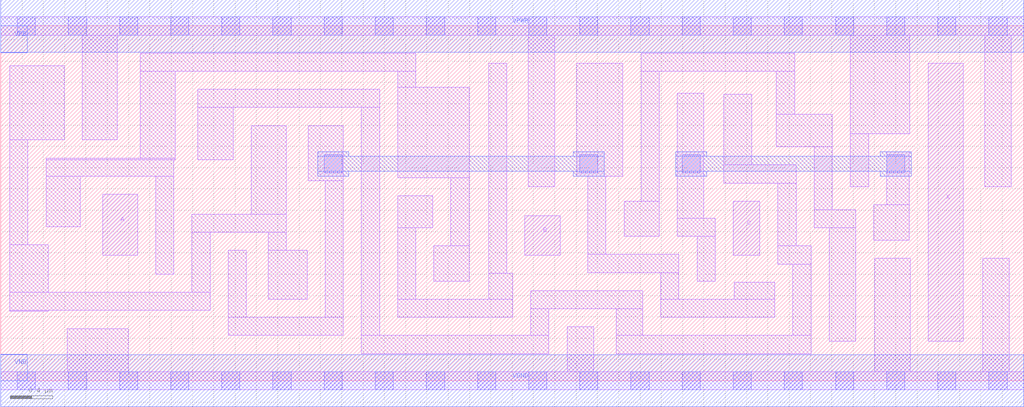
<source format=lef>
# Copyright 2020 The SkyWater PDK Authors
#
# Licensed under the Apache License, Version 2.0 (the "License");
# you may not use this file except in compliance with the License.
# You may obtain a copy of the License at
#
#     https://www.apache.org/licenses/LICENSE-2.0
#
# Unless required by applicable law or agreed to in writing, software
# distributed under the License is distributed on an "AS IS" BASIS,
# WITHOUT WARRANTIES OR CONDITIONS OF ANY KIND, either express or implied.
# See the License for the specific language governing permissions and
# limitations under the License.
#
# SPDX-License-Identifier: Apache-2.0

VERSION 5.5 ;
NAMESCASESENSITIVE ON ;
BUSBITCHARS "[]" ;
DIVIDERCHAR "/" ;
MACRO sky130_fd_sc_hs__xor3_2
  CLASS CORE ;
  SOURCE USER ;
  ORIGIN  0.000000  0.000000 ;
  SIZE  9.600000 BY  3.330000 ;
  SYMMETRY X Y ;
  SITE unit ;
  PIN A
    ANTENNAGATEAREA  0.246000 ;
    DIRECTION INPUT ;
    USE SIGNAL ;
    PORT
      LAYER li1 ;
        RECT 0.955000 1.180000 1.285000 1.750000 ;
    END
  END A
  PIN B
    ANTENNAGATEAREA  0.693000 ;
    DIRECTION INPUT ;
    USE SIGNAL ;
    PORT
      LAYER li1 ;
        RECT 4.920000 1.180000 5.250000 1.550000 ;
    END
  END B
  PIN C
    ANTENNAGATEAREA  0.381000 ;
    DIRECTION INPUT ;
    USE SIGNAL ;
    PORT
      LAYER li1 ;
        RECT 6.875000 1.180000 7.125000 1.685000 ;
    END
  END C
  PIN X
    ANTENNADIFFAREA  0.543200 ;
    DIRECTION OUTPUT ;
    USE SIGNAL ;
    PORT
      LAYER li1 ;
        RECT 8.705000 0.370000 9.035000 2.980000 ;
    END
  END X
  PIN VGND
    DIRECTION INOUT ;
    USE GROUND ;
    PORT
      LAYER met1 ;
        RECT 0.000000 -0.245000 9.600000 0.245000 ;
    END
  END VGND
  PIN VNB
    DIRECTION INOUT ;
    USE GROUND ;
    PORT
    END
  END VNB
  PIN VPB
    DIRECTION INOUT ;
    USE POWER ;
    PORT
    END
  END VPB
  PIN VNB
    DIRECTION INOUT ;
    USE GROUND ;
    PORT
      LAYER met1 ;
        RECT 0.000000 0.000000 0.250000 0.250000 ;
    END
  END VNB
  PIN VPB
    DIRECTION INOUT ;
    USE POWER ;
    PORT
      LAYER met1 ;
        RECT 0.000000 3.080000 0.250000 3.330000 ;
    END
  END VPB
  PIN VPWR
    DIRECTION INOUT ;
    USE POWER ;
    PORT
      LAYER met1 ;
        RECT 0.000000 3.085000 9.600000 3.575000 ;
    END
  END VPWR
  OBS
    LAYER li1 ;
      RECT 0.000000 -0.085000 9.600000 0.085000 ;
      RECT 0.000000  3.245000 9.600000 3.415000 ;
      RECT 0.085000  0.650000 0.445000 0.660000 ;
      RECT 0.085000  0.660000 1.965000 0.830000 ;
      RECT 0.085000  0.830000 0.445000 1.275000 ;
      RECT 0.085000  1.275000 0.255000 2.260000 ;
      RECT 0.085000  2.260000 0.595000 2.955000 ;
      RECT 0.425000  1.445000 0.745000 1.920000 ;
      RECT 0.425000  1.920000 1.625000 2.075000 ;
      RECT 0.425000  2.075000 1.640000 2.090000 ;
      RECT 0.625000  0.085000 1.195000 0.490000 ;
      RECT 0.765000  2.260000 1.095000 3.245000 ;
      RECT 1.310000  2.090000 1.640000 2.905000 ;
      RECT 1.310000  2.905000 3.895000 3.075000 ;
      RECT 1.455000  1.000000 1.625000 1.920000 ;
      RECT 1.795000  0.830000 1.965000 1.395000 ;
      RECT 1.795000  1.395000 2.680000 1.565000 ;
      RECT 1.850000  2.075000 2.180000 2.565000 ;
      RECT 1.850000  2.565000 3.555000 2.735000 ;
      RECT 2.135000  0.425000 3.215000 0.595000 ;
      RECT 2.135000  0.595000 2.305000 1.225000 ;
      RECT 2.350000  1.565000 2.680000 2.395000 ;
      RECT 2.510000  0.765000 2.875000 1.225000 ;
      RECT 2.510000  1.225000 2.680000 1.395000 ;
      RECT 2.885000  1.875000 3.215000 2.395000 ;
      RECT 3.045000  0.595000 3.215000 1.875000 ;
      RECT 3.385000  0.255000 5.145000 0.425000 ;
      RECT 3.385000  0.425000 3.555000 2.565000 ;
      RECT 3.725000  0.595000 4.805000 0.765000 ;
      RECT 3.725000  0.765000 3.895000 1.435000 ;
      RECT 3.725000  1.435000 4.055000 1.735000 ;
      RECT 3.725000  1.905000 4.395000 2.755000 ;
      RECT 3.725000  2.755000 3.895000 2.905000 ;
      RECT 4.065000  0.935000 4.395000 1.265000 ;
      RECT 4.225000  1.265000 4.395000 1.905000 ;
      RECT 4.580000  0.765000 4.805000 1.010000 ;
      RECT 4.580000  1.010000 4.750000 2.980000 ;
      RECT 4.950000  1.820000 5.200000 3.245000 ;
      RECT 4.975000  0.425000 5.145000 0.675000 ;
      RECT 4.975000  0.675000 6.025000 0.845000 ;
      RECT 5.315000  0.085000 5.565000 0.505000 ;
      RECT 5.405000  1.920000 5.840000 2.980000 ;
      RECT 5.510000  1.015000 6.365000 1.185000 ;
      RECT 5.510000  1.185000 5.680000 1.920000 ;
      RECT 5.775000  0.255000 7.605000 0.425000 ;
      RECT 5.775000  0.425000 6.025000 0.675000 ;
      RECT 5.850000  1.355000 6.180000 1.685000 ;
      RECT 6.010000  1.685000 6.180000 2.905000 ;
      RECT 6.010000  2.905000 7.450000 3.075000 ;
      RECT 6.195000  0.595000 7.265000 0.765000 ;
      RECT 6.195000  0.765000 6.365000 1.015000 ;
      RECT 6.350000  1.355000 6.705000 1.525000 ;
      RECT 6.350000  1.525000 6.600000 2.700000 ;
      RECT 6.535000  0.935000 6.705000 1.355000 ;
      RECT 6.785000  1.855000 7.465000 2.025000 ;
      RECT 6.785000  2.025000 7.050000 2.690000 ;
      RECT 6.885000  0.765000 7.265000 0.925000 ;
      RECT 7.280000  2.195000 7.805000 2.500000 ;
      RECT 7.280000  2.500000 7.450000 2.905000 ;
      RECT 7.295000  1.095000 7.605000 1.265000 ;
      RECT 7.295000  1.265000 7.465000 1.855000 ;
      RECT 7.435000  0.425000 7.605000 1.095000 ;
      RECT 7.635000  1.435000 8.025000 1.605000 ;
      RECT 7.635000  1.605000 7.805000 2.195000 ;
      RECT 7.775000  0.370000 8.025000 1.435000 ;
      RECT 7.975000  1.820000 8.145000 2.320000 ;
      RECT 7.975000  2.320000 8.530000 3.245000 ;
      RECT 8.195000  1.320000 8.525000 1.650000 ;
      RECT 8.205000  0.085000 8.535000 1.150000 ;
      RECT 8.315000  1.650000 8.525000 2.150000 ;
      RECT 9.215000  0.085000 9.465000 1.150000 ;
      RECT 9.235000  1.820000 9.485000 3.245000 ;
    LAYER mcon ;
      RECT 0.155000 -0.085000 0.325000 0.085000 ;
      RECT 0.155000  3.245000 0.325000 3.415000 ;
      RECT 0.635000 -0.085000 0.805000 0.085000 ;
      RECT 0.635000  3.245000 0.805000 3.415000 ;
      RECT 1.115000 -0.085000 1.285000 0.085000 ;
      RECT 1.115000  3.245000 1.285000 3.415000 ;
      RECT 1.595000 -0.085000 1.765000 0.085000 ;
      RECT 1.595000  3.245000 1.765000 3.415000 ;
      RECT 2.075000 -0.085000 2.245000 0.085000 ;
      RECT 2.075000  3.245000 2.245000 3.415000 ;
      RECT 2.555000 -0.085000 2.725000 0.085000 ;
      RECT 2.555000  3.245000 2.725000 3.415000 ;
      RECT 3.035000 -0.085000 3.205000 0.085000 ;
      RECT 3.035000  1.950000 3.205000 2.120000 ;
      RECT 3.035000  3.245000 3.205000 3.415000 ;
      RECT 3.515000 -0.085000 3.685000 0.085000 ;
      RECT 3.515000  3.245000 3.685000 3.415000 ;
      RECT 3.995000 -0.085000 4.165000 0.085000 ;
      RECT 3.995000  3.245000 4.165000 3.415000 ;
      RECT 4.475000 -0.085000 4.645000 0.085000 ;
      RECT 4.475000  3.245000 4.645000 3.415000 ;
      RECT 4.955000 -0.085000 5.125000 0.085000 ;
      RECT 4.955000  3.245000 5.125000 3.415000 ;
      RECT 5.435000 -0.085000 5.605000 0.085000 ;
      RECT 5.435000  1.950000 5.605000 2.120000 ;
      RECT 5.435000  3.245000 5.605000 3.415000 ;
      RECT 5.915000 -0.085000 6.085000 0.085000 ;
      RECT 5.915000  3.245000 6.085000 3.415000 ;
      RECT 6.395000 -0.085000 6.565000 0.085000 ;
      RECT 6.395000  1.950000 6.565000 2.120000 ;
      RECT 6.395000  3.245000 6.565000 3.415000 ;
      RECT 6.875000 -0.085000 7.045000 0.085000 ;
      RECT 6.875000  3.245000 7.045000 3.415000 ;
      RECT 7.355000 -0.085000 7.525000 0.085000 ;
      RECT 7.355000  3.245000 7.525000 3.415000 ;
      RECT 7.835000 -0.085000 8.005000 0.085000 ;
      RECT 7.835000  3.245000 8.005000 3.415000 ;
      RECT 8.315000 -0.085000 8.485000 0.085000 ;
      RECT 8.315000  1.950000 8.485000 2.120000 ;
      RECT 8.315000  3.245000 8.485000 3.415000 ;
      RECT 8.795000 -0.085000 8.965000 0.085000 ;
      RECT 8.795000  3.245000 8.965000 3.415000 ;
      RECT 9.275000 -0.085000 9.445000 0.085000 ;
      RECT 9.275000  3.245000 9.445000 3.415000 ;
    LAYER met1 ;
      RECT 2.975000 1.920000 3.265000 1.965000 ;
      RECT 2.975000 1.965000 5.665000 2.105000 ;
      RECT 2.975000 2.105000 3.265000 2.150000 ;
      RECT 5.375000 1.920000 5.665000 1.965000 ;
      RECT 5.375000 2.105000 5.665000 2.150000 ;
      RECT 6.335000 1.920000 6.625000 1.965000 ;
      RECT 6.335000 1.965000 8.545000 2.105000 ;
      RECT 6.335000 2.105000 6.625000 2.150000 ;
      RECT 8.255000 1.920000 8.545000 1.965000 ;
      RECT 8.255000 2.105000 8.545000 2.150000 ;
  END
END sky130_fd_sc_hs__xor3_2
END LIBRARY

</source>
